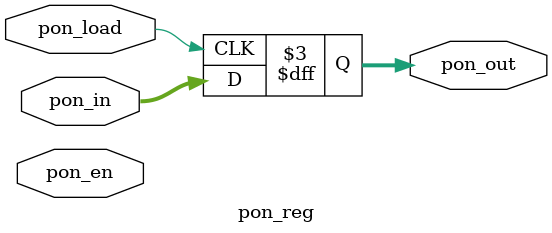
<source format=v>
`timescale 1ns / 1ps
module pon_reg(pon_en, pon_load, pon_in, pon_out);
  
  input pon_en;        
  input pon_load;        
  input [7:0] pon_in;         
  output reg [7:0] pon_out = 8'b10101011;        
    
  always @(posedge pon_load) #1 begin 
	  pon_out <= pon_in; 
  end
  
endmodule

</source>
